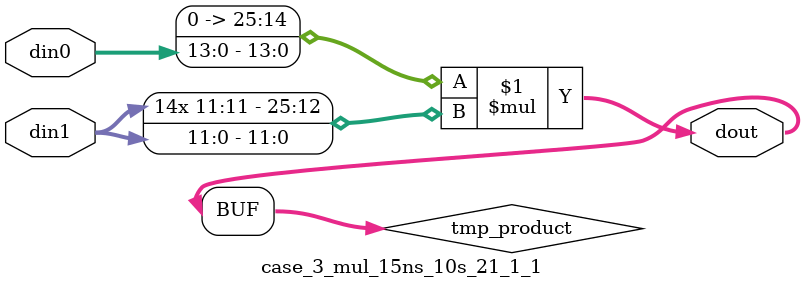
<source format=v>

`timescale 1 ns / 1 ps

 (* use_dsp = "no" *)  module case_3_mul_15ns_10s_21_1_1(din0, din1, dout);
parameter ID = 1;
parameter NUM_STAGE = 0;
parameter din0_WIDTH = 14;
parameter din1_WIDTH = 12;
parameter dout_WIDTH = 26;

input [din0_WIDTH - 1 : 0] din0; 
input [din1_WIDTH - 1 : 0] din1; 
output [dout_WIDTH - 1 : 0] dout;

wire signed [dout_WIDTH - 1 : 0] tmp_product;

























assign tmp_product = $signed({1'b0, din0}) * $signed(din1);










assign dout = tmp_product;





















endmodule

</source>
